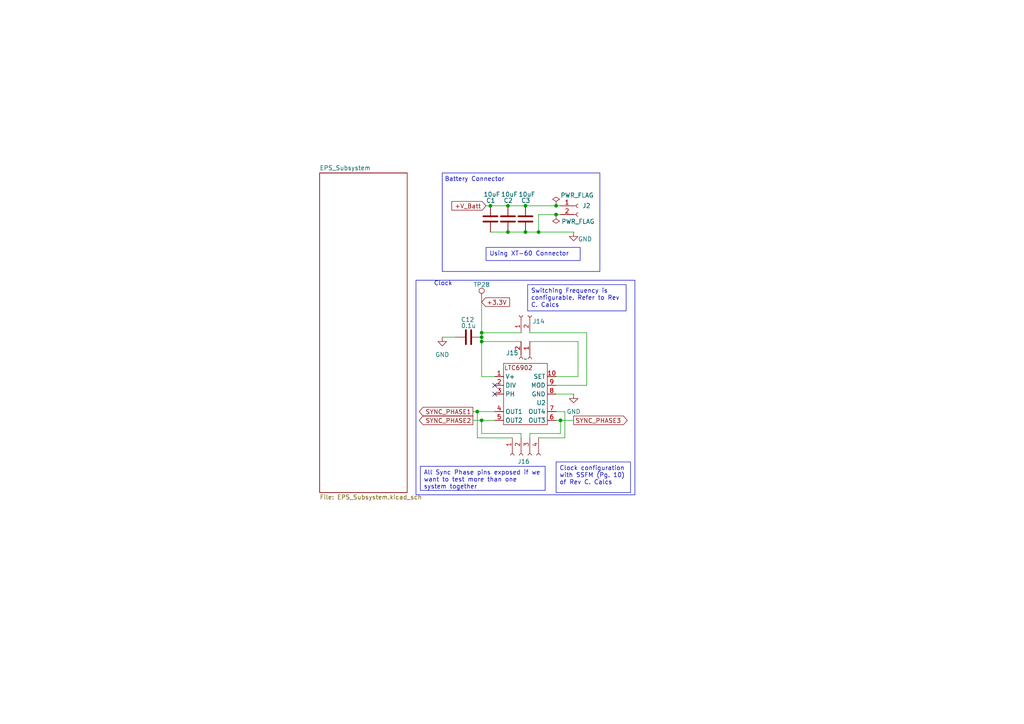
<source format=kicad_sch>
(kicad_sch (version 20250114) (generator "eeschema") (generator_version "9.0")
  (paper "A4")
  (lib_symbols
    (symbol "Connector:Conn_01x02_Socket" (pin_names (offset 1.016) (hide yes))
      (property "Reference" "J" (at 0 2.54 0))
      (property "Value" "Conn_01x02_Socket" (at 0 -5.08 0))
      (symbol "Conn_01x02_Socket_1_1"
        (polyline (pts (xy -1.27 0) (xy -0.508 0)) (stroke (width 0.1524)))
        (polyline (pts (xy -1.27 -2.54) (xy -0.508 -2.54)) (stroke (width 0.1524)))
        (arc (start 0 -0.508) (mid -0.5058 0) (end 0 0.508) (stroke (width 0.1524)))
        (arc (start 0 -3.048) (mid -0.5058 -2.54) (end 0 -2.032) (stroke (width 0.1524)))
        (pin passive line (at -5.08 0 0) (length 3.81) (name "Pin_1") (number "1"))
        (pin passive line (at -5.08 -2.54 0) (length 3.81) (name "Pin_2") (number "2"))
      )
    )
    (symbol "Connector:Conn_01x04_Socket" (pin_names (offset 1.016) (hide yes))
      (property "Reference" "J" (at 0 5.08 0))
      (property "Value" "Conn_01x04_Socket" (at 0 -7.62 0))
      (symbol "Conn_01x04_Socket_1_1"
        (polyline (pts (xy -1.27 2.54) (xy -0.508 2.54)) (stroke (width 0.1524)))
        (polyline (pts (xy -1.27 0) (xy -0.508 0)) (stroke (width 0.1524)))
        (polyline (pts (xy -1.27 -2.54) (xy -0.508 -2.54)) (stroke (width 0.1524)))
        (polyline (pts (xy -1.27 -5.08) (xy -0.508 -5.08)) (stroke (width 0.1524)))
        (arc (start 0 2.032) (mid -0.5058 2.54) (end 0 3.048) (stroke (width 0.1524)))
        (arc (start 0 -0.508) (mid -0.5058 0) (end 0 0.508) (stroke (width 0.1524)))
        (arc (start 0 -3.048) (mid -0.5058 -2.54) (end 0 -2.032) (stroke (width 0.1524)))
        (arc (start 0 -5.588) (mid -0.5058 -5.08) (end 0 -4.572) (stroke (width 0.1524)))
        (pin passive line (at -5.08 2.54 0) (length 3.81) (name "Pin_1") (number "1"))
        (pin passive line (at -5.08 0 0) (length 3.81) (name "Pin_2") (number "2"))
        (pin passive line (at -5.08 -2.54 0) (length 3.81) (name "Pin_3") (number "3"))
        (pin passive line (at -5.08 -5.08 0) (length 3.81) (name "Pin_4") (number "4"))
      )
    )
    (symbol "Connector:TestPoint" (pin_numbers (hide yes)) (pin_names (offset 0.762) (hide yes))
      (property "Reference" "TP" (at 0 6.858 0))
      (property "Value" "TestPoint" (at 0 5.08 0))
      (symbol "TestPoint_0_1"
        (circle (center 0 3.302) (radius 0.762))
      )
      (symbol "TestPoint_1_1"
        (pin passive line (at 0 0 90) (length 2.54) (name "1") (number "1"))
      )
    )
    (symbol "Device:C" (pin_numbers (hide yes)) (pin_names (offset 0.254))
      (property "Reference" "C" (at 0.635 2.54 0))
      (property "Value" "C" (at 0.635 -2.54 0))
      (symbol "C_0_1"
        (polyline (pts (xy -2.032 0.762) (xy 2.032 0.762)) (stroke (width 0.508)))
        (polyline (pts (xy -2.032 -0.762) (xy 2.032 -0.762)) (stroke (width 0.508)))
      )
      (symbol "C_1_1"
        (pin passive line (at 0 3.81 270) (length 2.794) (name "~") (number "1"))
        (pin passive line (at 0 -3.81 90) (length 2.794) (name "~") (number "2"))
      )
    )
    (symbol "LTC6902:LTC6902"
      (property "Reference" "U" (at 5.334 7.62 0))
      (symbol "LTC6902_0_1"
        (rectangle (start -6.35 8.89) (end 6.35 -8.89))
      )
      (symbol "LTC6902_1_1"
        (text "LTC6902" (at -2.032 7.62 0) (effects (font (size 1.27 1.27))))
        (pin power_in line (at -8.89 5.08 0) (length 2.54) (name "V+") (number "1"))
        (pin passive line (at -8.89 2.54 0) (length 2.54) (name "DIV") (number "2"))
        (pin passive line (at -8.89 0 0) (length 2.54) (name "PH") (number "3"))
        (pin output line (at -8.89 -5.08 0) (length 2.54) (name "OUT1") (number "4"))
        (pin output line (at -8.89 -7.62 0) (length 2.54) (name "OUT2") (number "5"))
        (pin passive line (at 8.89 5.08 180) (length 2.54) (name "SET") (number "10"))
        (pin passive line (at 8.89 2.54 180) (length 2.54) (name "MOD") (number "9"))
        (pin power_in line (at 8.89 0 180) (length 2.54) (name "GND") (number "8"))
        (pin output line (at 8.89 -5.08 180) (length 2.54) (name "OUT4") (number "7"))
        (pin output line (at 8.89 -7.62 180) (length 2.54) (name "OUT3") (number "6"))
      )
    )
    (symbol "power:GND" (power) (pin_numbers (hide yes)) (pin_names (offset 0) (hide yes))
      (property "Value" "GND" (at 0 -3.81 0))
      (symbol "GND_0_1"
        (polyline (pts (xy 0 0) (xy 0 -1.27) (xy 1.27 -1.27) (xy 0 -2.54) (xy -1.27 -1.27) (xy 0 -1.27)))
      )
      (symbol "GND_1_1"
        (pin power_in line (at 0 0 270) (length 0) (name "~") (number "1"))
      )
    )
    (symbol "power:PWR_FLAG" (power) (pin_numbers (hide yes)) (pin_names (offset 0) (hide yes))
      (property "Value" "PWR_FLAG" (at 0 3.81 0))
      (symbol "PWR_FLAG_0_0"
        (pin power_out line (at 0 0 90) (length 0) (name "~") (number "1"))
      )
      (symbol "PWR_FLAG_0_1"
        (polyline (pts (xy 0 0) (xy 0 1.27) (xy -1.016 1.905) (xy 0 2.54) (xy 1.016 1.905) (xy 0 1.27)))
      )
    )
  )
  (rectangle (start 128.27 50.165) (end 173.99 78.74))
  (rectangle (start 120.65 81.28) (end 184.15 143.51))
  (text "Clock\n" (at 128.524 82.296 0) (effects (font (size 1.27 1.27))))
  (text "Battery Connector" (at 137.668 52.07 0) (effects (font (size 1.27 1.27))))
  (text_box "Switching Frequency is configurable. Refer to Rev C. Calcs" (at 153.035 82.55 0) (size 28.575 7.62) (margins 0.9525 0.9525 0.9525 0.9525) (effects (font (size 1.27 1.27)) (justify left top)))
  (text_box "Clock configuration with SSFM (Pg. 10) of Rev C. Calcs" (at 161.29 133.985 0) (size 21.59 8.89) (margins 0.9525 0.9525 0.9525 0.9525) (effects (font (size 1.27 1.27)) (justify left top)))
  (text_box "Using XT-60 Connector" (at 140.97 71.755 0) (size 27.305 3.81) (margins 0.9525 0.9525 0.9525 0.9525) (effects (font (size 1.27 1.27)) (justify left top)))
  (text_box "All Sync Phase pins exposed if we want to test more than one system together" (at 121.92 135.255 0) (size 36.195 6.985) (margins 0.9525 0.9525 0.9525 0.9525) (effects (font (size 1.27 1.27)) (justify left top)))
  (junction (at 139.7 97.79))
  (junction (at 162.56 121.92))
  (junction (at 142.24 59.69))
  (junction (at 152.4 59.69))
  (junction (at 139.7 96.52))
  (junction (at 147.32 59.69))
  (junction (at 161.29 59.69))
  (junction (at 139.7 121.92))
  (junction (at 156.21 67.31))
  (junction (at 139.7 99.06))
  (junction (at 138.43 119.38))
  (junction (at 147.32 67.31))
  (junction (at 152.4 67.31))
  (junction (at 161.29 62.23))
  (no_connect (at 143.51 114.3))
  (no_connect (at 143.51 111.76))
  (wire (pts (xy 167.64 109.22) (xy 167.64 99.06)))
  (wire (pts (xy 166.37 114.3) (xy 161.29 114.3)))
  (wire (pts (xy 142.24 67.31) (xy 147.32 67.31)))
  (wire (pts (xy 156.21 62.23) (xy 161.29 62.23)))
  (wire (pts (xy 153.67 99.06) (xy 167.64 99.06)))
  (wire (pts (xy 151.13 125.73) (xy 151.13 127)))
  (wire (pts (xy 161.29 119.38) (xy 163.83 119.38)))
  (wire (pts (xy 153.67 125.73) (xy 153.67 127)))
  (wire (pts (xy 156.21 127) (xy 163.83 127)))
  (wire (pts (xy 162.56 121.92) (xy 166.37 121.92)))
  (wire (pts (xy 152.4 67.31) (xy 156.21 67.31)))
  (wire (pts (xy 138.43 119.38) (xy 143.51 119.38)))
  (wire (pts (xy 166.37 67.31) (xy 156.21 67.31)))
  (wire (pts (xy 139.7 99.06) (xy 139.7 109.22)))
  (wire (pts (xy 139.7 96.52) (xy 151.13 96.52)))
  (wire (pts (xy 137.16 121.92) (xy 139.7 121.92)))
  (wire (pts (xy 161.29 109.22) (xy 167.64 109.22)))
  (wire (pts (xy 139.7 121.92) (xy 139.7 125.73)))
  (wire (pts (xy 147.32 67.31) (xy 152.4 67.31)))
  (wire (pts (xy 138.43 119.38) (xy 138.43 127)))
  (wire (pts (xy 142.24 59.69) (xy 147.32 59.69)))
  (wire (pts (xy 139.7 109.22) (xy 143.51 109.22)))
  (wire (pts (xy 161.29 59.69) (xy 162.56 59.69)))
  (wire (pts (xy 161.29 62.23) (xy 162.56 62.23)))
  (wire (pts (xy 163.83 119.38) (xy 163.83 127)))
  (wire (pts (xy 137.16 119.38) (xy 138.43 119.38)))
  (wire (pts (xy 161.29 121.92) (xy 162.56 121.92)))
  (wire (pts (xy 156.21 62.23) (xy 156.21 67.31)))
  (wire (pts (xy 162.56 125.73) (xy 153.67 125.73)))
  (wire (pts (xy 139.7 97.79) (xy 139.7 96.52)))
  (wire (pts (xy 170.18 111.76) (xy 170.18 96.52)))
  (wire (pts (xy 138.43 127) (xy 148.59 127)))
  (wire (pts (xy 152.4 59.69) (xy 161.29 59.69)))
  (wire (pts (xy 140.97 59.69) (xy 142.24 59.69)))
  (wire (pts (xy 147.32 59.69) (xy 152.4 59.69)))
  (wire (pts (xy 139.7 121.92) (xy 143.51 121.92)))
  (wire (pts (xy 139.7 99.06) (xy 151.13 99.06)))
  (wire (pts (xy 153.67 96.52) (xy 170.18 96.52)))
  (wire (pts (xy 139.7 87.63) (xy 139.7 96.52)))
  (wire (pts (xy 139.7 125.73) (xy 151.13 125.73)))
  (wire (pts (xy 132.08 97.79) (xy 128.27 97.79)))
  (wire (pts (xy 162.56 121.92) (xy 162.56 125.73)))
  (wire (pts (xy 139.7 99.06) (xy 139.7 97.79)))
  (wire (pts (xy 161.29 111.76) (xy 170.18 111.76)))
  (global_label "SYNC_PHASE2" (shape output) (at 137.16 121.92 180) (property "Intersheetrefs" "${INTERSHEET_REFS}" (effects (hide yes))))
  (global_label "SYNC_PHASE3" (shape output) (at 166.37 121.92 0) (property "Intersheetrefs" "${INTERSHEET_REFS}" (effects (hide yes))))
  (global_label "+3.3V" (shape input) (at 139.7 87.63 0) (property "Intersheetrefs" "${INTERSHEET_REFS}" (effects (hide yes))))
  (global_label "SYNC_PHASE1" (shape output) (at 137.16 119.38 180) (property "Intersheetrefs" "${INTERSHEET_REFS}" (effects (hide yes))))
  (global_label "+V_Batt" (shape input) (at 140.97 59.69 180) (property "Intersheetrefs" "${INTERSHEET_REFS}" (effects (hide yes))))
  (symbol (lib_id "Connector:Conn_01x02_Socket") (at 153.67 104.14 270) (unit 1)
    (property "Reference" "J15" (at 150.368 102.362 90) (effects (justify right)))
    (property "Value" "Conn_01x02_Socket" (effects (hide yes)))
    (property "Description" "Generic connector, single row, 01x02, script generated" (effects (hide yes)))
  )
  (symbol (lib_id "Device:C") (at 135.89 97.79 90) (unit 1)
    (property "Reference" "C12" (at 135.636 92.71 90))
    (property "Value" "0.1u" (at 135.89 94.488 90))
    (property "Footprint" "Capacitor_SMD:C_1210_3225Metric" (effects (hide yes)))
    (property "Description" "Unpolarized capacitor" (effects (hide yes)))
  )
  (symbol (lib_id "Connector:Conn_01x02_Socket") (at 151.13 91.44 90) (unit 1)
    (property "Reference" "J14" (at 154.432 93.218 90) (effects (justify right)))
    (property "Value" "Conn_01x02_Socket" (effects (hide yes)))
    (property "Description" "Generic connector, single row, 01x02, script generated" (effects (hide yes)))
  )
  (symbol (lib_id "Connector:Conn_01x04_Socket") (at 151.13 132.08 90) (mirror x) (unit 1)
    (property "Reference" "J16" (at 151.892 133.858 90))
    (property "Value" "Conn_01x04_Socket" (effects (hide yes)))
    (property "Description" "Generic connector, single row, 01x04, script generated" (effects (hide yes)))
  )
  (symbol (lib_id "LTC6902:LTC6902") (at 152.4 114.3 0) (unit 1)
    (property "Reference" "U2" (at 156.972 116.84 0))
    (property "Value" "~" (at 152.4 104.14 0))
    (property "Footprint" "RevC Footprints:LTC6902" (effects (hide yes)))
    (property "Datasheet" "https://www.analog.com/media/en/technical-documentation/data-sheets/6902f.pdf" (effects (hide yes)))
    (property "Description" "Multiphase Oscillator with Spread Spectrum Frequency Modulation" (effects (hide yes)))
  )
  (symbol (lib_id "power:GND") (at 128.27 97.79 0) (unit 1)
    (property "Reference" "#PWR016" (effects (hide yes)))
    (property "Value" "GND" (at 128.27 102.87 0))
    (property "Description" "Power symbol creates a global label with name \"GND\" , ground" (effects (hide yes)))
  )
  (symbol (lib_id "Connector:Conn_01x02_Socket") (at 167.64 59.69 0) (unit 1)
    (property "Reference" "J2" (at 168.91 59.6899 0) (effects (justify left)))
    (property "Value" "Input Power" (effects (hide yes)))
    (property "Footprint" "Connector_AMASS:AMASS_XT60PW-F_1x02_P7.20mm_Horizontal" (effects (hide yes)))
    (property "Description" "Generic connector, single row, 01x02, script generated" (effects (hide yes)))
  )
  (symbol (lib_id "power:GND") (at 166.37 114.3 0) (unit 1)
    (property "Reference" "#PWR017" (effects (hide yes)))
    (property "Value" "GND" (at 166.37 119.38 0))
    (property "Description" "Power symbol creates a global label with name \"GND\" , ground" (effects (hide yes)))
  )
  (symbol (lib_id "power:PWR_FLAG") (at 161.29 62.23 180) (unit 1)
    (property "Reference" "#FLG02" (effects (hide yes)))
    (property "Value" "PWR_FLAG" (at 167.64 64.262 0))
    (property "Description" "Special symbol for telling ERC where power comes from" (effects (hide yes)))
  )
  (symbol (lib_id "Device:C") (at 142.24 63.5 0) (unit 1)
    (property "Reference" "C1" (at 140.97 58.166 0) (effects (justify left)))
    (property "Value" "10uF" (at 140.208 56.388 0) (effects (justify left)))
    (property "Footprint" "Capacitor_SMD:C_1210_3225Metric" (effects (hide yes)))
    (property "Datasheet" "https://product.tdk.com/system/files/dam/doc/product/capacitor/ceramic/mlcc/catalog/mlcc_automotive_general_en.pdf" (effects (hide yes)))
    (property "Description" "Unpolarized capacitor" (effects (hide yes)))
  )
  (symbol (lib_id "power:GND") (at 166.37 67.31 0) (unit 1)
    (property "Reference" "#PWR01" (effects (hide yes)))
    (property "Value" "GND" (at 169.672 69.342 0))
    (property "Description" "Power symbol creates a global label with name \"GND\" , ground" (effects (hide yes)))
  )
  (symbol (lib_id "Device:C") (at 152.4 63.5 0) (unit 1)
    (property "Reference" "C3" (at 151.13 58.166 0) (effects (justify left)))
    (property "Value" "10uF" (at 150.368 56.388 0) (effects (justify left)))
    (property "Footprint" "Capacitor_SMD:C_1210_3225Metric" (effects (hide yes)))
    (property "Datasheet" "https://product.tdk.com/system/files/dam/doc/product/capacitor/ceramic/mlcc/catalog/mlcc_automotive_general_en.pdf" (effects (hide yes)))
    (property "Description" "Unpolarized capacitor" (effects (hide yes)))
  )
  (symbol (lib_id "power:PWR_FLAG") (at 161.29 59.69 0) (unit 1)
    (property "Reference" "#FLG01" (effects (hide yes)))
    (property "Value" "PWR_FLAG" (at 167.386 56.642 0))
    (property "Description" "Special symbol for telling ERC where power comes from" (effects (hide yes)))
  )
  (symbol (lib_id "Device:C") (at 147.32 63.5 0) (unit 1)
    (property "Reference" "C2" (at 146.05 58.166 0) (effects (justify left)))
    (property "Value" "10uF" (at 145.288 56.388 0) (effects (justify left)))
    (property "Footprint" "Capacitor_SMD:C_1210_3225Metric" (effects (hide yes)))
    (property "Datasheet" "https://product.tdk.com/system/files/dam/doc/product/capacitor/ceramic/mlcc/catalog/mlcc_automotive_general_en.pdf" (effects (hide yes)))
    (property "Description" "Unpolarized capacitor" (effects (hide yes)))
  )
  (symbol (lib_id "Connector:TestPoint") (at 139.7 87.63 0) (unit 1)
    (property "Reference" "TP28" (at 139.7 82.55 0))
    (property "Value" "TestPoint" (effects (hide yes)))
    (property "Footprint" "TestPoint:TestPoint_Pad_1.0x1.0mm" (effects (hide yes)))
    (property "Description" "test point" (effects (hide yes)))
  )
  (sheet (at 92.71 50.165) (size 25.4 92.71) (stroke (width 0.1524))
    (property "Sheetname" "EPS_Subsystem" (at 92.71 49.4534 0) (effects (justify left bottom)))
    (property "Sheetfile" "EPS_Subsystem.kicad_sch" (at 92.71 143.4596 0) (effects (justify left top)))
  )
)
</source>
